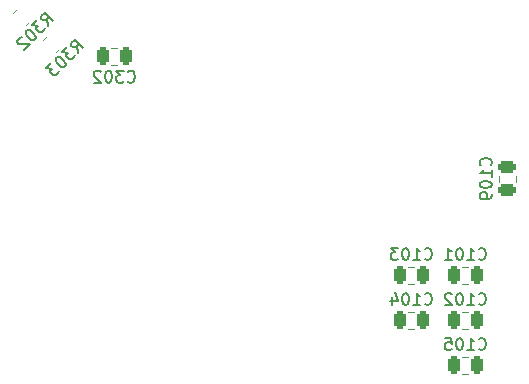
<source format=gbo>
%TF.GenerationSoftware,KiCad,Pcbnew,(6.0.2)*%
%TF.CreationDate,2022-04-01T16:02:15+02:00*%
%TF.ProjectId,rotarykeyboard,726f7461-7279-46b6-9579-626f6172642e,rev?*%
%TF.SameCoordinates,Original*%
%TF.FileFunction,Legend,Bot*%
%TF.FilePolarity,Positive*%
%FSLAX46Y46*%
G04 Gerber Fmt 4.6, Leading zero omitted, Abs format (unit mm)*
G04 Created by KiCad (PCBNEW (6.0.2)) date 2022-04-01 16:02:15*
%MOMM*%
%LPD*%
G01*
G04 APERTURE LIST*
G04 Aperture macros list*
%AMRoundRect*
0 Rectangle with rounded corners*
0 $1 Rounding radius*
0 $2 $3 $4 $5 $6 $7 $8 $9 X,Y pos of 4 corners*
0 Add a 4 corners polygon primitive as box body*
4,1,4,$2,$3,$4,$5,$6,$7,$8,$9,$2,$3,0*
0 Add four circle primitives for the rounded corners*
1,1,$1+$1,$2,$3*
1,1,$1+$1,$4,$5*
1,1,$1+$1,$6,$7*
1,1,$1+$1,$8,$9*
0 Add four rect primitives between the rounded corners*
20,1,$1+$1,$2,$3,$4,$5,0*
20,1,$1+$1,$4,$5,$6,$7,0*
20,1,$1+$1,$6,$7,$8,$9,0*
20,1,$1+$1,$8,$9,$2,$3,0*%
G04 Aperture macros list end*
%ADD10C,0.150000*%
%ADD11C,0.120000*%
%ADD12C,0.660400*%
%ADD13C,2.200000*%
%ADD14C,2.000000*%
%ADD15O,2.300000X4.800000*%
%ADD16O,2.000000X2.500000*%
%ADD17C,1.500000*%
%ADD18R,1.000000X1.000000*%
%ADD19O,1.000000X1.000000*%
%ADD20C,1.100000*%
%ADD21RoundRect,0.250000X0.132583X-0.503814X0.503814X-0.132583X-0.132583X0.503814X-0.503814X0.132583X0*%
%ADD22RoundRect,0.250000X-0.250000X-0.475000X0.250000X-0.475000X0.250000X0.475000X-0.250000X0.475000X0*%
%ADD23RoundRect,0.250000X0.250000X0.475000X-0.250000X0.475000X-0.250000X-0.475000X0.250000X-0.475000X0*%
%ADD24RoundRect,0.250000X0.475000X-0.250000X0.475000X0.250000X-0.475000X0.250000X-0.475000X-0.250000X0*%
G04 APERTURE END LIST*
D10*
%TO.C,R302*%
X68063893Y-44383321D02*
X67962878Y-43810901D01*
X68467954Y-43979260D02*
X67760848Y-43272153D01*
X67491474Y-43541527D01*
X67457802Y-43642542D01*
X67457802Y-43709886D01*
X67491474Y-43810901D01*
X67592489Y-43911916D01*
X67693504Y-43945588D01*
X67760848Y-43945588D01*
X67861863Y-43911916D01*
X68131237Y-43642542D01*
X67121084Y-43911916D02*
X66683351Y-44349649D01*
X67188428Y-44383321D01*
X67087413Y-44484336D01*
X67053741Y-44585351D01*
X67053741Y-44652695D01*
X67087413Y-44753710D01*
X67255771Y-44922069D01*
X67356787Y-44955741D01*
X67424130Y-44955741D01*
X67525145Y-44922069D01*
X67727176Y-44720038D01*
X67760848Y-44619023D01*
X67760848Y-44551680D01*
X66245619Y-44787382D02*
X66178275Y-44854726D01*
X66144603Y-44955741D01*
X66144603Y-45023084D01*
X66178275Y-45124100D01*
X66279290Y-45292458D01*
X66447649Y-45460817D01*
X66616008Y-45561832D01*
X66717023Y-45595504D01*
X66784367Y-45595504D01*
X66885382Y-45561832D01*
X66952726Y-45494489D01*
X66986397Y-45393474D01*
X66986397Y-45326130D01*
X66952726Y-45225115D01*
X66851710Y-45056756D01*
X66683351Y-44888397D01*
X66514993Y-44787382D01*
X66413977Y-44753710D01*
X66346634Y-44753710D01*
X66245619Y-44787382D01*
X65807886Y-45359802D02*
X65740542Y-45359802D01*
X65639527Y-45393474D01*
X65471168Y-45561832D01*
X65437497Y-45662848D01*
X65437497Y-45730191D01*
X65471168Y-45831206D01*
X65538512Y-45898550D01*
X65673199Y-45965893D01*
X66481321Y-45965893D01*
X66043588Y-46403626D01*
%TO.C,R303*%
X70603893Y-46669321D02*
X70502878Y-46096901D01*
X71007954Y-46265260D02*
X70300848Y-45558153D01*
X70031474Y-45827527D01*
X69997802Y-45928542D01*
X69997802Y-45995886D01*
X70031474Y-46096901D01*
X70132489Y-46197916D01*
X70233504Y-46231588D01*
X70300848Y-46231588D01*
X70401863Y-46197916D01*
X70671237Y-45928542D01*
X69661084Y-46197916D02*
X69223351Y-46635649D01*
X69728428Y-46669321D01*
X69627413Y-46770336D01*
X69593741Y-46871351D01*
X69593741Y-46938695D01*
X69627413Y-47039710D01*
X69795771Y-47208069D01*
X69896787Y-47241741D01*
X69964130Y-47241741D01*
X70065145Y-47208069D01*
X70267176Y-47006038D01*
X70300848Y-46905023D01*
X70300848Y-46837680D01*
X68785619Y-47073382D02*
X68718275Y-47140726D01*
X68684603Y-47241741D01*
X68684603Y-47309084D01*
X68718275Y-47410100D01*
X68819290Y-47578458D01*
X68987649Y-47746817D01*
X69156008Y-47847832D01*
X69257023Y-47881504D01*
X69324367Y-47881504D01*
X69425382Y-47847832D01*
X69492726Y-47780489D01*
X69526397Y-47679474D01*
X69526397Y-47612130D01*
X69492726Y-47511115D01*
X69391710Y-47342756D01*
X69223351Y-47174397D01*
X69054993Y-47073382D01*
X68953977Y-47039710D01*
X68886634Y-47039710D01*
X68785619Y-47073382D01*
X68314214Y-47544787D02*
X67876481Y-47982519D01*
X68381558Y-48016191D01*
X68280542Y-48117206D01*
X68246871Y-48218222D01*
X68246871Y-48285565D01*
X68280542Y-48386580D01*
X68448901Y-48554939D01*
X68549916Y-48588611D01*
X68617260Y-48588611D01*
X68718275Y-48554939D01*
X68920306Y-48352909D01*
X68953977Y-48251893D01*
X68953977Y-48184550D01*
%TO.C,C302*%
X74779047Y-49103143D02*
X74826666Y-49150762D01*
X74969523Y-49198381D01*
X75064761Y-49198381D01*
X75207619Y-49150762D01*
X75302857Y-49055524D01*
X75350476Y-48960286D01*
X75398095Y-48769810D01*
X75398095Y-48626953D01*
X75350476Y-48436477D01*
X75302857Y-48341239D01*
X75207619Y-48246001D01*
X75064761Y-48198381D01*
X74969523Y-48198381D01*
X74826666Y-48246001D01*
X74779047Y-48293620D01*
X74445714Y-48198381D02*
X73826666Y-48198381D01*
X74160000Y-48579334D01*
X74017142Y-48579334D01*
X73921904Y-48626953D01*
X73874285Y-48674572D01*
X73826666Y-48769810D01*
X73826666Y-49007905D01*
X73874285Y-49103143D01*
X73921904Y-49150762D01*
X74017142Y-49198381D01*
X74302857Y-49198381D01*
X74398095Y-49150762D01*
X74445714Y-49103143D01*
X73207619Y-48198381D02*
X73112380Y-48198381D01*
X73017142Y-48246001D01*
X72969523Y-48293620D01*
X72921904Y-48388858D01*
X72874285Y-48579334D01*
X72874285Y-48817429D01*
X72921904Y-49007905D01*
X72969523Y-49103143D01*
X73017142Y-49150762D01*
X73112380Y-49198381D01*
X73207619Y-49198381D01*
X73302857Y-49150762D01*
X73350476Y-49103143D01*
X73398095Y-49007905D01*
X73445714Y-48817429D01*
X73445714Y-48579334D01*
X73398095Y-48388858D01*
X73350476Y-48293620D01*
X73302857Y-48246001D01*
X73207619Y-48198381D01*
X72493333Y-48293620D02*
X72445714Y-48246001D01*
X72350476Y-48198381D01*
X72112380Y-48198381D01*
X72017142Y-48246001D01*
X71969523Y-48293620D01*
X71921904Y-48388858D01*
X71921904Y-48484096D01*
X71969523Y-48626953D01*
X72540952Y-49198381D01*
X71921904Y-49198381D01*
%TO.C,C105*%
X104497047Y-71731142D02*
X104544666Y-71778761D01*
X104687523Y-71826380D01*
X104782761Y-71826380D01*
X104925619Y-71778761D01*
X105020857Y-71683523D01*
X105068476Y-71588285D01*
X105116095Y-71397809D01*
X105116095Y-71254952D01*
X105068476Y-71064476D01*
X105020857Y-70969238D01*
X104925619Y-70874000D01*
X104782761Y-70826380D01*
X104687523Y-70826380D01*
X104544666Y-70874000D01*
X104497047Y-70921619D01*
X103544666Y-71826380D02*
X104116095Y-71826380D01*
X103830380Y-71826380D02*
X103830380Y-70826380D01*
X103925619Y-70969238D01*
X104020857Y-71064476D01*
X104116095Y-71112095D01*
X102925619Y-70826380D02*
X102830380Y-70826380D01*
X102735142Y-70874000D01*
X102687523Y-70921619D01*
X102639904Y-71016857D01*
X102592285Y-71207333D01*
X102592285Y-71445428D01*
X102639904Y-71635904D01*
X102687523Y-71731142D01*
X102735142Y-71778761D01*
X102830380Y-71826380D01*
X102925619Y-71826380D01*
X103020857Y-71778761D01*
X103068476Y-71731142D01*
X103116095Y-71635904D01*
X103163714Y-71445428D01*
X103163714Y-71207333D01*
X103116095Y-71016857D01*
X103068476Y-70921619D01*
X103020857Y-70874000D01*
X102925619Y-70826380D01*
X101687523Y-70826380D02*
X102163714Y-70826380D01*
X102211333Y-71302571D01*
X102163714Y-71254952D01*
X102068476Y-71207333D01*
X101830380Y-71207333D01*
X101735142Y-71254952D01*
X101687523Y-71302571D01*
X101639904Y-71397809D01*
X101639904Y-71635904D01*
X101687523Y-71731142D01*
X101735142Y-71778761D01*
X101830380Y-71826380D01*
X102068476Y-71826380D01*
X102163714Y-71778761D01*
X102211333Y-71731142D01*
%TO.C,C104*%
X99925047Y-67921142D02*
X99972666Y-67968761D01*
X100115523Y-68016380D01*
X100210761Y-68016380D01*
X100353619Y-67968761D01*
X100448857Y-67873523D01*
X100496476Y-67778285D01*
X100544095Y-67587809D01*
X100544095Y-67444952D01*
X100496476Y-67254476D01*
X100448857Y-67159238D01*
X100353619Y-67064000D01*
X100210761Y-67016380D01*
X100115523Y-67016380D01*
X99972666Y-67064000D01*
X99925047Y-67111619D01*
X98972666Y-68016380D02*
X99544095Y-68016380D01*
X99258380Y-68016380D02*
X99258380Y-67016380D01*
X99353619Y-67159238D01*
X99448857Y-67254476D01*
X99544095Y-67302095D01*
X98353619Y-67016380D02*
X98258380Y-67016380D01*
X98163142Y-67064000D01*
X98115523Y-67111619D01*
X98067904Y-67206857D01*
X98020285Y-67397333D01*
X98020285Y-67635428D01*
X98067904Y-67825904D01*
X98115523Y-67921142D01*
X98163142Y-67968761D01*
X98258380Y-68016380D01*
X98353619Y-68016380D01*
X98448857Y-67968761D01*
X98496476Y-67921142D01*
X98544095Y-67825904D01*
X98591714Y-67635428D01*
X98591714Y-67397333D01*
X98544095Y-67206857D01*
X98496476Y-67111619D01*
X98448857Y-67064000D01*
X98353619Y-67016380D01*
X97163142Y-67349714D02*
X97163142Y-68016380D01*
X97401238Y-66968761D02*
X97639333Y-67683047D01*
X97020285Y-67683047D01*
%TO.C,C101*%
X104497047Y-64111142D02*
X104544666Y-64158761D01*
X104687523Y-64206380D01*
X104782761Y-64206380D01*
X104925619Y-64158761D01*
X105020857Y-64063523D01*
X105068476Y-63968285D01*
X105116095Y-63777809D01*
X105116095Y-63634952D01*
X105068476Y-63444476D01*
X105020857Y-63349238D01*
X104925619Y-63254000D01*
X104782761Y-63206380D01*
X104687523Y-63206380D01*
X104544666Y-63254000D01*
X104497047Y-63301619D01*
X103544666Y-64206380D02*
X104116095Y-64206380D01*
X103830380Y-64206380D02*
X103830380Y-63206380D01*
X103925619Y-63349238D01*
X104020857Y-63444476D01*
X104116095Y-63492095D01*
X102925619Y-63206380D02*
X102830380Y-63206380D01*
X102735142Y-63254000D01*
X102687523Y-63301619D01*
X102639904Y-63396857D01*
X102592285Y-63587333D01*
X102592285Y-63825428D01*
X102639904Y-64015904D01*
X102687523Y-64111142D01*
X102735142Y-64158761D01*
X102830380Y-64206380D01*
X102925619Y-64206380D01*
X103020857Y-64158761D01*
X103068476Y-64111142D01*
X103116095Y-64015904D01*
X103163714Y-63825428D01*
X103163714Y-63587333D01*
X103116095Y-63396857D01*
X103068476Y-63301619D01*
X103020857Y-63254000D01*
X102925619Y-63206380D01*
X101639904Y-64206380D02*
X102211333Y-64206380D01*
X101925619Y-64206380D02*
X101925619Y-63206380D01*
X102020857Y-63349238D01*
X102116095Y-63444476D01*
X102211333Y-63492095D01*
%TO.C,C102*%
X104497047Y-67921142D02*
X104544666Y-67968761D01*
X104687523Y-68016380D01*
X104782761Y-68016380D01*
X104925619Y-67968761D01*
X105020857Y-67873523D01*
X105068476Y-67778285D01*
X105116095Y-67587809D01*
X105116095Y-67444952D01*
X105068476Y-67254476D01*
X105020857Y-67159238D01*
X104925619Y-67064000D01*
X104782761Y-67016380D01*
X104687523Y-67016380D01*
X104544666Y-67064000D01*
X104497047Y-67111619D01*
X103544666Y-68016380D02*
X104116095Y-68016380D01*
X103830380Y-68016380D02*
X103830380Y-67016380D01*
X103925619Y-67159238D01*
X104020857Y-67254476D01*
X104116095Y-67302095D01*
X102925619Y-67016380D02*
X102830380Y-67016380D01*
X102735142Y-67064000D01*
X102687523Y-67111619D01*
X102639904Y-67206857D01*
X102592285Y-67397333D01*
X102592285Y-67635428D01*
X102639904Y-67825904D01*
X102687523Y-67921142D01*
X102735142Y-67968761D01*
X102830380Y-68016380D01*
X102925619Y-68016380D01*
X103020857Y-67968761D01*
X103068476Y-67921142D01*
X103116095Y-67825904D01*
X103163714Y-67635428D01*
X103163714Y-67397333D01*
X103116095Y-67206857D01*
X103068476Y-67111619D01*
X103020857Y-67064000D01*
X102925619Y-67016380D01*
X102211333Y-67111619D02*
X102163714Y-67064000D01*
X102068476Y-67016380D01*
X101830380Y-67016380D01*
X101735142Y-67064000D01*
X101687523Y-67111619D01*
X101639904Y-67206857D01*
X101639904Y-67302095D01*
X101687523Y-67444952D01*
X102258952Y-68016380D01*
X101639904Y-68016380D01*
%TO.C,C109*%
X105513142Y-56218952D02*
X105560761Y-56171333D01*
X105608380Y-56028476D01*
X105608380Y-55933238D01*
X105560761Y-55790380D01*
X105465523Y-55695142D01*
X105370285Y-55647523D01*
X105179809Y-55599904D01*
X105036952Y-55599904D01*
X104846476Y-55647523D01*
X104751238Y-55695142D01*
X104656000Y-55790380D01*
X104608380Y-55933238D01*
X104608380Y-56028476D01*
X104656000Y-56171333D01*
X104703619Y-56218952D01*
X105608380Y-57171333D02*
X105608380Y-56599904D01*
X105608380Y-56885619D02*
X104608380Y-56885619D01*
X104751238Y-56790380D01*
X104846476Y-56695142D01*
X104894095Y-56599904D01*
X104608380Y-57790380D02*
X104608380Y-57885619D01*
X104656000Y-57980857D01*
X104703619Y-58028476D01*
X104798857Y-58076095D01*
X104989333Y-58123714D01*
X105227428Y-58123714D01*
X105417904Y-58076095D01*
X105513142Y-58028476D01*
X105560761Y-57980857D01*
X105608380Y-57885619D01*
X105608380Y-57790380D01*
X105560761Y-57695142D01*
X105513142Y-57647523D01*
X105417904Y-57599904D01*
X105227428Y-57552285D01*
X104989333Y-57552285D01*
X104798857Y-57599904D01*
X104703619Y-57647523D01*
X104656000Y-57695142D01*
X104608380Y-57790380D01*
X105608380Y-58599904D02*
X105608380Y-58790380D01*
X105560761Y-58885619D01*
X105513142Y-58933238D01*
X105370285Y-59028476D01*
X105179809Y-59076095D01*
X104798857Y-59076095D01*
X104703619Y-59028476D01*
X104656000Y-58980857D01*
X104608380Y-58885619D01*
X104608380Y-58695142D01*
X104656000Y-58599904D01*
X104703619Y-58552285D01*
X104798857Y-58504666D01*
X105036952Y-58504666D01*
X105132190Y-58552285D01*
X105179809Y-58599904D01*
X105227428Y-58695142D01*
X105227428Y-58885619D01*
X105179809Y-58980857D01*
X105132190Y-59028476D01*
X105036952Y-59076095D01*
%TO.C,C103*%
X99925047Y-64111142D02*
X99972666Y-64158761D01*
X100115523Y-64206380D01*
X100210761Y-64206380D01*
X100353619Y-64158761D01*
X100448857Y-64063523D01*
X100496476Y-63968285D01*
X100544095Y-63777809D01*
X100544095Y-63634952D01*
X100496476Y-63444476D01*
X100448857Y-63349238D01*
X100353619Y-63254000D01*
X100210761Y-63206380D01*
X100115523Y-63206380D01*
X99972666Y-63254000D01*
X99925047Y-63301619D01*
X98972666Y-64206380D02*
X99544095Y-64206380D01*
X99258380Y-64206380D02*
X99258380Y-63206380D01*
X99353619Y-63349238D01*
X99448857Y-63444476D01*
X99544095Y-63492095D01*
X98353619Y-63206380D02*
X98258380Y-63206380D01*
X98163142Y-63254000D01*
X98115523Y-63301619D01*
X98067904Y-63396857D01*
X98020285Y-63587333D01*
X98020285Y-63825428D01*
X98067904Y-64015904D01*
X98115523Y-64111142D01*
X98163142Y-64158761D01*
X98258380Y-64206380D01*
X98353619Y-64206380D01*
X98448857Y-64158761D01*
X98496476Y-64111142D01*
X98544095Y-64015904D01*
X98591714Y-63825428D01*
X98591714Y-63587333D01*
X98544095Y-63396857D01*
X98496476Y-63301619D01*
X98448857Y-63254000D01*
X98353619Y-63206380D01*
X97686952Y-63206380D02*
X97067904Y-63206380D01*
X97401238Y-63587333D01*
X97258380Y-63587333D01*
X97163142Y-63634952D01*
X97115523Y-63682571D01*
X97067904Y-63777809D01*
X97067904Y-64015904D01*
X97115523Y-64111142D01*
X97163142Y-64158761D01*
X97258380Y-64206380D01*
X97544095Y-64206380D01*
X97639333Y-64158761D01*
X97686952Y-64111142D01*
D11*
%TO.C,R302*%
X65105718Y-43328835D02*
X65426835Y-43007718D01*
X66145165Y-44368282D02*
X66466282Y-44047165D01*
%TO.C,R303*%
X68685165Y-46654282D02*
X69006282Y-46333165D01*
X67645718Y-45614835D02*
X67966835Y-45293718D01*
%TO.C,C302*%
X73398748Y-46255000D02*
X73921252Y-46255000D01*
X73398748Y-47725000D02*
X73921252Y-47725000D01*
%TO.C,C105*%
X103639252Y-72417000D02*
X103116748Y-72417000D01*
X103639252Y-73887000D02*
X103116748Y-73887000D01*
%TO.C,C104*%
X98544748Y-70077000D02*
X99067252Y-70077000D01*
X98544748Y-68607000D02*
X99067252Y-68607000D01*
%TO.C,C101*%
X103639252Y-66267000D02*
X103116748Y-66267000D01*
X103639252Y-64797000D02*
X103116748Y-64797000D01*
%TO.C,C102*%
X103639252Y-68607000D02*
X103116748Y-68607000D01*
X103639252Y-70077000D02*
X103116748Y-70077000D01*
%TO.C,C109*%
X106199000Y-57599252D02*
X106199000Y-57076748D01*
X107669000Y-57599252D02*
X107669000Y-57076748D01*
%TO.C,C103*%
X98544748Y-66267000D02*
X99067252Y-66267000D01*
X98544748Y-64797000D02*
X99067252Y-64797000D01*
%TD*%
%LPC*%
D12*
%TO.C,J301*%
X84170001Y-43943800D03*
X78389999Y-43943800D03*
%TD*%
D13*
%TO.C,REF\u002A\u002A*%
X106680000Y-40640000D03*
%TD*%
D14*
%TO.C,SW101*%
X81280000Y-52760000D03*
D15*
X71630000Y-60960000D03*
X90930000Y-60960000D03*
D16*
X81280000Y-69160000D03*
D17*
X79280000Y-49460000D03*
X84030000Y-72460000D03*
X78530000Y-72460000D03*
%TD*%
D18*
%TO.C,J102*%
X99197000Y-47742000D03*
D19*
X100467000Y-47742000D03*
X99197000Y-49012000D03*
X100467000Y-49012000D03*
X99197000Y-50282000D03*
X100467000Y-50282000D03*
X99197000Y-51552000D03*
X100467000Y-51552000D03*
X99197000Y-52822000D03*
X100467000Y-52822000D03*
%TD*%
D20*
%TO.C,U202*%
X71120000Y-111252000D03*
X73660000Y-111252000D03*
X76200000Y-111252000D03*
X78740000Y-111252000D03*
X81280000Y-111252000D03*
X83820000Y-111252000D03*
X86360000Y-111252000D03*
X88900000Y-111252000D03*
X91440000Y-111252000D03*
X91440000Y-96012000D03*
X88900000Y-96012000D03*
X86360000Y-96012000D03*
X83820000Y-96012000D03*
X81280000Y-96012000D03*
X78740000Y-96012000D03*
X76200000Y-96012000D03*
X73660000Y-96012000D03*
X71120000Y-96012000D03*
%TD*%
D13*
%TO.C,REF\u002A\u002A*%
X106680000Y-113030000D03*
%TD*%
%TO.C,REF\u002A\u002A*%
X62230000Y-40640000D03*
%TD*%
D18*
%TO.C,J101*%
X93980000Y-74285000D03*
D19*
X93980000Y-73015000D03*
X95250000Y-74285000D03*
X95250000Y-73015000D03*
X96520000Y-74285000D03*
X96520000Y-73015000D03*
X97790000Y-74285000D03*
X97790000Y-73015000D03*
%TD*%
D13*
%TO.C,REF\u002A\u002A*%
X62230000Y-113030000D03*
%TD*%
D21*
%TO.C,R302*%
X65140765Y-44333235D03*
X66431235Y-43042765D03*
%TD*%
%TO.C,R303*%
X67680765Y-46619235D03*
X68971235Y-45328765D03*
%TD*%
D22*
%TO.C,C302*%
X72710000Y-46990000D03*
X74610000Y-46990000D03*
%TD*%
D23*
%TO.C,C105*%
X104328000Y-73152000D03*
X102428000Y-73152000D03*
%TD*%
D22*
%TO.C,C104*%
X97856000Y-69342000D03*
X99756000Y-69342000D03*
%TD*%
D23*
%TO.C,C101*%
X104328000Y-65532000D03*
X102428000Y-65532000D03*
%TD*%
%TO.C,C102*%
X104328000Y-69342000D03*
X102428000Y-69342000D03*
%TD*%
D24*
%TO.C,C109*%
X106934000Y-58288000D03*
X106934000Y-56388000D03*
%TD*%
D22*
%TO.C,C103*%
X97856000Y-65532000D03*
X99756000Y-65532000D03*
%TD*%
M02*

</source>
